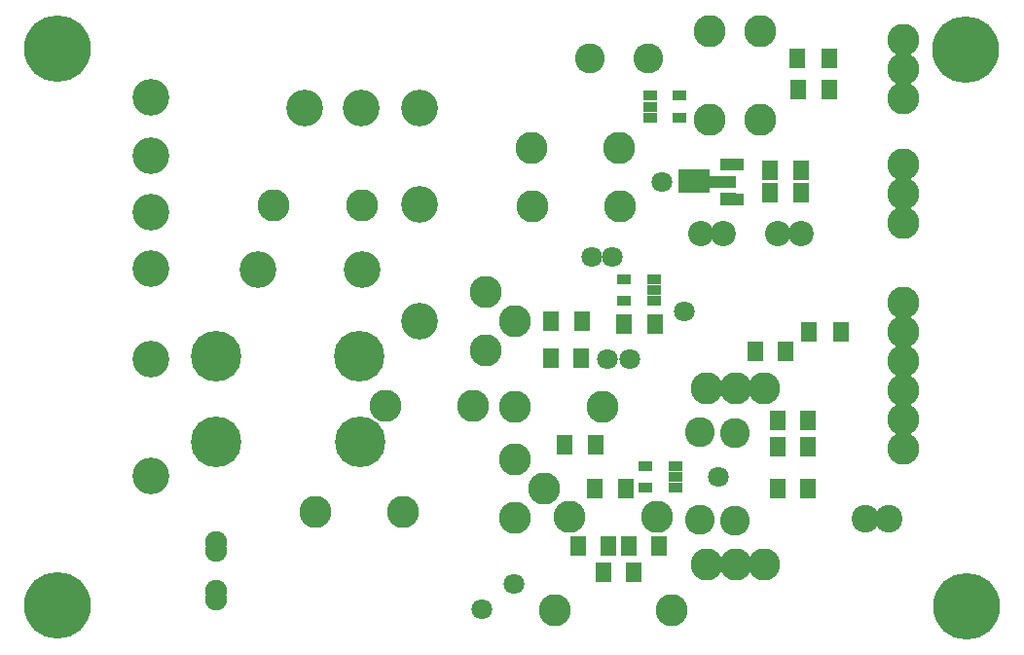
<source format=gbr>
%FSLAX34Y34*%
%MOMM*%
%LNSOLDERMASK_BOTTOM*%
G71*
G01*
%ADD10C, 2.20*%
%ADD11C, 2.60*%
%ADD12C, 2.80*%
%ADD13C, 1.80*%
%ADD14C, 3.20*%
%ADD15C, 5.80*%
%ADD16R, 1.40X1.80*%
%ADD17R, 1.20X0.90*%
%ADD18C, 2.40*%
%ADD19R, 1.40X1.00*%
%ADD20R, 2.60X1.00*%
%ADD21R, 2.80X2.10*%
%ADD22R, 2.00X1.00*%
%ADD23C, 4.40*%
%ADD24R, 1.30X0.90*%
%ADD25C, 1.40*%
%ADD26C, 1.60*%
%ADD27C, 1.90*%
%LPD*%
X1503764Y359346D02*
G54D10*
D03*
X1483764Y359346D02*
G54D10*
D03*
X1514132Y186356D02*
G54D11*
D03*
X1514132Y110156D02*
G54D11*
D03*
X1483583Y110470D02*
G54D11*
D03*
X1483583Y186670D02*
G54D11*
D03*
X1489483Y71611D02*
G54D12*
D03*
X1514482Y71611D02*
G54D12*
D03*
X1539483Y71611D02*
G54D12*
D03*
X1407332Y339510D02*
G54D13*
D03*
X1389070Y339510D02*
G54D13*
D03*
X1422412Y250610D02*
G54D13*
D03*
X1499006Y147820D02*
G54D13*
D03*
X1402562Y250610D02*
G54D13*
D03*
X1337303Y383551D02*
G54D12*
D03*
X1413703Y383551D02*
G54D12*
D03*
X1469642Y291890D02*
G54D13*
D03*
X1148788Y117645D02*
G54D12*
D03*
X1225187Y117645D02*
G54D12*
D03*
X1112672Y384345D02*
G54D12*
D03*
X1189072Y384345D02*
G54D12*
D03*
X1099141Y328347D02*
G54D14*
D03*
X1189341Y328347D02*
G54D14*
D03*
X1006083Y250205D02*
G54D14*
D03*
X1006083Y148605D02*
G54D14*
D03*
X1714499Y519684D02*
G54D15*
D03*
X1568056Y512143D02*
G54D16*
D03*
X1596235Y512143D02*
G54D16*
D03*
X1596235Y485155D02*
G54D16*
D03*
X1568453Y485155D02*
G54D16*
D03*
X1544244Y414511D02*
G54D16*
D03*
X1544244Y395065D02*
G54D16*
D03*
X1571628Y414511D02*
G54D16*
D03*
X1571628Y395065D02*
G54D16*
D03*
X1444231Y280765D02*
G54D16*
D03*
X1416847Y280765D02*
G54D16*
D03*
X1380731Y283146D02*
G54D16*
D03*
X1353347Y283146D02*
G54D16*
D03*
X1578375Y274415D02*
G54D16*
D03*
X1605759Y274415D02*
G54D16*
D03*
X1557738Y257349D02*
G54D16*
D03*
X1531147Y257349D02*
G54D16*
D03*
X1550991Y196627D02*
G54D16*
D03*
X1577581Y196627D02*
G54D16*
D03*
X1577581Y174402D02*
G54D16*
D03*
X1550991Y174402D02*
G54D16*
D03*
X1550991Y137890D02*
G54D16*
D03*
X1577581Y137890D02*
G54D16*
D03*
X1447803Y87487D02*
G54D16*
D03*
X1425975Y64865D02*
G54D16*
D03*
X1421213Y87487D02*
G54D16*
D03*
X1399385Y64865D02*
G54D16*
D03*
X1403750Y87487D02*
G54D16*
D03*
X1377159Y87487D02*
G54D16*
D03*
X1392241Y137890D02*
G54D16*
D03*
X1418831Y137890D02*
G54D16*
D03*
X1465659Y460155D02*
G54D17*
D03*
X1417637Y320058D02*
G54D17*
D03*
X1571233Y359346D02*
G54D10*
D03*
X1551233Y359346D02*
G54D10*
D03*
X1491787Y535257D02*
G54D12*
D03*
X1491788Y458858D02*
G54D12*
D03*
X1336875Y434355D02*
G54D12*
D03*
X1413275Y434355D02*
G54D12*
D03*
X1647380Y111748D02*
G54D18*
D03*
X1627380Y111748D02*
G54D18*
D03*
X1387571Y512143D02*
G54D11*
D03*
X1438371Y512143D02*
G54D11*
D03*
X1297137Y257826D02*
G54D12*
D03*
X1322537Y283225D02*
G54D12*
D03*
X1297137Y308626D02*
G54D12*
D03*
X1322537Y112569D02*
G54D12*
D03*
X1347937Y137969D02*
G54D12*
D03*
X1322537Y163369D02*
G54D12*
D03*
X1450582Y404600D02*
G54D13*
D03*
X1507903Y389667D02*
G54D19*
D03*
X1501950Y404667D02*
G54D20*
D03*
X1507903Y419667D02*
G54D19*
D03*
X1478021Y404861D02*
G54D21*
D03*
X1380335Y251000D02*
G54D16*
D03*
X1353347Y251000D02*
G54D16*
D03*
X1392439Y175394D02*
G54D16*
D03*
X1365452Y175791D02*
G54D16*
D03*
X1510992Y419679D02*
G54D22*
D03*
X1510992Y389517D02*
G54D22*
D03*
X1539482Y224805D02*
G54D12*
D03*
X1514482Y224805D02*
G54D12*
D03*
X1489482Y224805D02*
G54D12*
D03*
X1322222Y208926D02*
G54D12*
D03*
X1398622Y208926D02*
G54D12*
D03*
X1209907Y209323D02*
G54D12*
D03*
X1286306Y209323D02*
G54D12*
D03*
X1369847Y112883D02*
G54D12*
D03*
X1446247Y112883D02*
G54D12*
D03*
X1239536Y385184D02*
G54D14*
D03*
X1239536Y283584D02*
G54D14*
D03*
X1187307Y252651D02*
G54D23*
D03*
X1062307Y252651D02*
G54D23*
D03*
X1187704Y178436D02*
G54D23*
D03*
X1062704Y178436D02*
G54D23*
D03*
X1439759Y460355D02*
G54D24*
D03*
X1439759Y469755D02*
G54D24*
D03*
X1439759Y479355D02*
G54D24*
D03*
X1465659Y479355D02*
G54D24*
D03*
X1465659Y460355D02*
G54D24*
D03*
X1443537Y319858D02*
G54D24*
D03*
X1443537Y310458D02*
G54D24*
D03*
X1443537Y300858D02*
G54D24*
D03*
X1417637Y300858D02*
G54D24*
D03*
X1417637Y319858D02*
G54D24*
D03*
X1461793Y157139D02*
G54D24*
D03*
X1461793Y147739D02*
G54D24*
D03*
X1461793Y138139D02*
G54D24*
D03*
X1435893Y138139D02*
G54D24*
D03*
X1435893Y157139D02*
G54D24*
D03*
X1535444Y535257D02*
G54D12*
D03*
X1535444Y458858D02*
G54D12*
D03*
X1293423Y32328D02*
G54D13*
D03*
X1321207Y54551D02*
G54D13*
D03*
X1735539Y519684D02*
G54D25*
D03*
X1729189Y534364D02*
G54D25*
D03*
X1714509Y540714D02*
G54D25*
D03*
X1699819Y534364D02*
G54D25*
D03*
X1693469Y519684D02*
G54D25*
D03*
X1714509Y498654D02*
G54D25*
D03*
X1729189Y505004D02*
G54D25*
D03*
X1699819Y505004D02*
G54D25*
D03*
X1714896Y35497D02*
G54D15*
D03*
X1735936Y35497D02*
G54D25*
D03*
X1729586Y50177D02*
G54D25*
D03*
X1714906Y56527D02*
G54D25*
D03*
X1700216Y50177D02*
G54D25*
D03*
X1693866Y35497D02*
G54D25*
D03*
X1714906Y14467D02*
G54D25*
D03*
X1729586Y20817D02*
G54D25*
D03*
X1700216Y20817D02*
G54D25*
D03*
X924718Y35893D02*
G54D15*
D03*
X945758Y35893D02*
G54D25*
D03*
X939408Y50573D02*
G54D25*
D03*
X924728Y56923D02*
G54D25*
D03*
X910038Y50573D02*
G54D25*
D03*
X903688Y35893D02*
G54D25*
D03*
X924728Y14863D02*
G54D25*
D03*
X939408Y21213D02*
G54D25*
D03*
X910038Y21213D02*
G54D25*
D03*
X924718Y520081D02*
G54D15*
D03*
X945758Y520081D02*
G54D25*
D03*
X939408Y534761D02*
G54D25*
D03*
X924728Y541111D02*
G54D25*
D03*
X910038Y534761D02*
G54D25*
D03*
X903688Y520081D02*
G54D25*
D03*
X924728Y499051D02*
G54D25*
D03*
X939408Y505401D02*
G54D25*
D03*
X910038Y505401D02*
G54D25*
D03*
X1062130Y40967D02*
G54D26*
D03*
X1062130Y90967D02*
G54D26*
D03*
X1062130Y48482D02*
G54D26*
D03*
X1062130Y83582D02*
G54D26*
D03*
X1659934Y477417D02*
G54D12*
D03*
X1659934Y502817D02*
G54D12*
D03*
X1659933Y528218D02*
G54D12*
D03*
X1659934Y369070D02*
G54D12*
D03*
X1659934Y394470D02*
G54D12*
D03*
X1659933Y419871D02*
G54D12*
D03*
X1660134Y299810D02*
G54D12*
D03*
X1660134Y274410D02*
G54D12*
D03*
X1660134Y249010D02*
G54D12*
D03*
X1660134Y223610D02*
G54D12*
D03*
X1660134Y198210D02*
G54D12*
D03*
X1660134Y172810D02*
G54D12*
D03*
X1535447Y535259D02*
G54D27*
D03*
X1535447Y458859D02*
G54D27*
D03*
X1491787Y535257D02*
G54D27*
D03*
X1491788Y458858D02*
G54D27*
D03*
X1438371Y512143D02*
G54D27*
D03*
X1387571Y512143D02*
G54D27*
D03*
X1336875Y434355D02*
G54D27*
D03*
X1413275Y434355D02*
G54D27*
D03*
X1337303Y383551D02*
G54D27*
D03*
X1413703Y383551D02*
G54D27*
D03*
X1297137Y308626D02*
G54D27*
D03*
X1322537Y283225D02*
G54D27*
D03*
X1297137Y257826D02*
G54D27*
D03*
X1398622Y208926D02*
G54D27*
D03*
X1322222Y208926D02*
G54D27*
D03*
X1286306Y209323D02*
G54D27*
D03*
X1209907Y209323D02*
G54D27*
D03*
X1322537Y163369D02*
G54D27*
D03*
X1347937Y137969D02*
G54D27*
D03*
X1322537Y112569D02*
G54D27*
D03*
X1369847Y112883D02*
G54D27*
D03*
X1446247Y112883D02*
G54D27*
D03*
X1483583Y186670D02*
G54D27*
D03*
X1514132Y186356D02*
G54D27*
D03*
X1483583Y110470D02*
G54D27*
D03*
X1514132Y110156D02*
G54D27*
D03*
X1489482Y224805D02*
G54D27*
D03*
X1514482Y224805D02*
G54D27*
D03*
X1539482Y224805D02*
G54D27*
D03*
X1503764Y359346D02*
G54D27*
D03*
X1483764Y359346D02*
G54D27*
D03*
X1571233Y359346D02*
G54D27*
D03*
X1551233Y359346D02*
G54D27*
D03*
X1539483Y71611D02*
G54D27*
D03*
X1514482Y71611D02*
G54D27*
D03*
X1489483Y71611D02*
G54D27*
D03*
X1225187Y117645D02*
G54D27*
D03*
X1148788Y117645D02*
G54D27*
D03*
X1659933Y528218D02*
G54D27*
D03*
X1659934Y502817D02*
G54D27*
D03*
X1659934Y477417D02*
G54D27*
D03*
X1659933Y419871D02*
G54D27*
D03*
X1659934Y394470D02*
G54D27*
D03*
X1659934Y369070D02*
G54D27*
D03*
X1660134Y299810D02*
G54D27*
D03*
X1660134Y274410D02*
G54D27*
D03*
X1660134Y249010D02*
G54D27*
D03*
X1660134Y223610D02*
G54D27*
D03*
X1660134Y198210D02*
G54D27*
D03*
X1660134Y172810D02*
G54D27*
D03*
X1647380Y111748D02*
G54D27*
D03*
X1627380Y111748D02*
G54D27*
D03*
X1112672Y384345D02*
G54D27*
D03*
X1189072Y384345D02*
G54D27*
D03*
X1239536Y385184D02*
G54D18*
D03*
X1239536Y283584D02*
G54D18*
D03*
X1189341Y328347D02*
G54D18*
D03*
X1099141Y328347D02*
G54D18*
D03*
X1006087Y250209D02*
G54D10*
D03*
X1006087Y148609D02*
G54D10*
D03*
X1187307Y252649D02*
G54D11*
D03*
X1062307Y252649D02*
G54D11*
D03*
X1187707Y178439D02*
G54D11*
D03*
X1062707Y178439D02*
G54D11*
D03*
X1188620Y468782D02*
G54D14*
D03*
X1239839Y468508D02*
G54D14*
D03*
X1139825Y468508D02*
G54D14*
D03*
X1005802Y478077D02*
G54D14*
D03*
X1005528Y426858D02*
G54D14*
D03*
X1005802Y378064D02*
G54D14*
D03*
X1005801Y328852D02*
G54D14*
D03*
X1357514Y31924D02*
G54D10*
D03*
X1459114Y31924D02*
G54D10*
D03*
X1062130Y83582D02*
G54D27*
D03*
X1062127Y90969D02*
G54D27*
D03*
X1062130Y48482D02*
G54D27*
D03*
X1062130Y40967D02*
G54D27*
D03*
X1459114Y31924D02*
G54D12*
D03*
X1357514Y31924D02*
G54D12*
D03*
M02*

</source>
